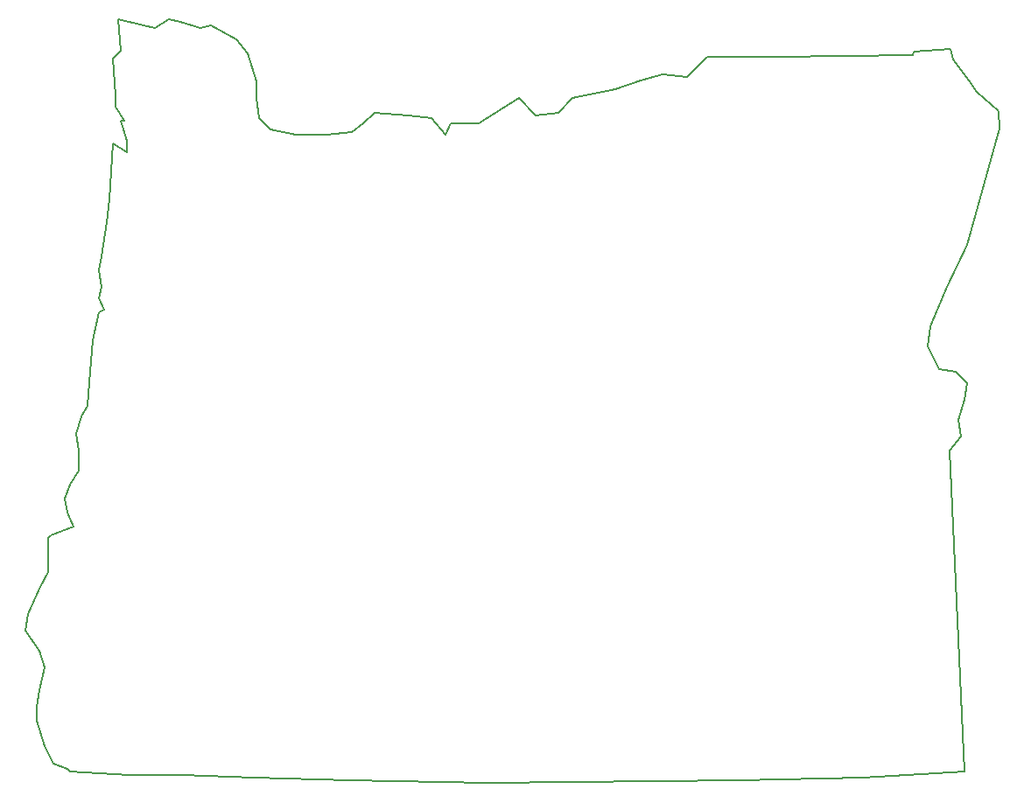
<source format=gbr>
G04 DipTrace 3.0.0.2*
G04 BoardOutline.gbr*
%MOMM*%
G04 #@! TF.FileFunction,Profile*
G04 #@! TF.Part,Single*
%ADD11C,0.1524*%
%FSLAX35Y35*%
G04*
G71*
G90*
G75*
G01*
G04 BoardOutline*
%LPD*%
X6292093Y7628560D2*
D11*
X6155727Y7492160D1*
X5937527Y7464893D1*
X5773860Y7628560D1*
X5392027Y7383060D1*
X5119260D1*
X5064727Y7273960D1*
X4928360Y7437627D1*
X4710160Y7464893D1*
X4382860Y7492160D1*
X4273760Y7383060D1*
X4164660Y7301260D1*
X3919160Y7273960D1*
X3619160D1*
X3373660Y7328527D1*
X3264560Y7437627D1*
X3237293Y7628560D1*
Y7792193D1*
X3155460Y8064960D1*
X3046360Y8201327D1*
X2800893Y8337693D1*
X2691793Y8310427D1*
X2500893Y8364960D1*
X2391793Y8392260D1*
X2255393Y8310427D1*
X2146293Y8337693D1*
X1900827Y8392260D1*
X1928093Y8092227D1*
X1846293Y8010393D1*
X1873560Y7655827D1*
Y7546727D1*
X1955393Y7410360D1*
X1928093D1*
X1982660Y7219427D1*
Y7110327D1*
X1846293Y7192160D1*
X1818993Y6646660D1*
X1791727Y6428460D1*
X1737193Y6101160D1*
X1709893Y5964793D1*
X1737193Y5801127D1*
X1709893Y5692027D1*
X1764460Y5582927D1*
X1709893Y5555660D1*
X1655360Y5282893D1*
X1628093Y4982893D1*
X1600793Y4655593D1*
X1546260Y4546493D1*
X1491693Y4382827D1*
X1518993Y4219193D1*
Y4137360D1*
Y4028260D1*
X1437160Y3891893D1*
X1382593Y3755527D1*
X1409893Y3619127D1*
X1464427Y3482760D1*
X1246227Y3400927D1*
X1218960Y3373660D1*
Y3210027D1*
Y3046360D1*
X1137127Y2882727D1*
X1028027Y2637227D1*
X1000760Y2473593D1*
X1137127Y2282660D1*
X1191693Y2119027D1*
X1137127Y1900827D1*
X1109860Y1737160D1*
Y1600793D1*
X1191693Y1355327D1*
X1273493Y1191660D1*
X1409893Y1137127D1*
X1437160Y1109860D1*
X2009927Y1082560D1*
X2528160D1*
X3210027Y1055293D1*
X4137360Y1028027D1*
X5473827Y1000760D1*
X7901293Y1028027D1*
X9101393Y1055293D1*
X10083293Y1109860D1*
X9946927Y4219193D1*
X10056027Y4355560D1*
X10028760Y4519227D1*
X10083293Y4710127D1*
X10110560Y4873793D1*
X10001460Y4982893D1*
X9837827Y5010160D1*
X9728727Y5228360D1*
X9755993Y5419293D1*
X9919660Y5801127D1*
X10110560Y6210260D1*
X10422697Y7333663D1*
X10421783Y7506897D1*
X10205247Y7687373D1*
X10127497Y7797727D1*
X9973303Y8001947D1*
X9948797Y8106100D1*
X9592797Y8081527D1*
X9588493Y8049907D1*
X8260990Y8025830D1*
X7595023Y8030837D1*
X7401773Y7835380D1*
X7163510Y7863880D1*
X6952610Y7797760D1*
X6708677Y7713707D1*
X6292093Y7628560D1*
M02*

</source>
